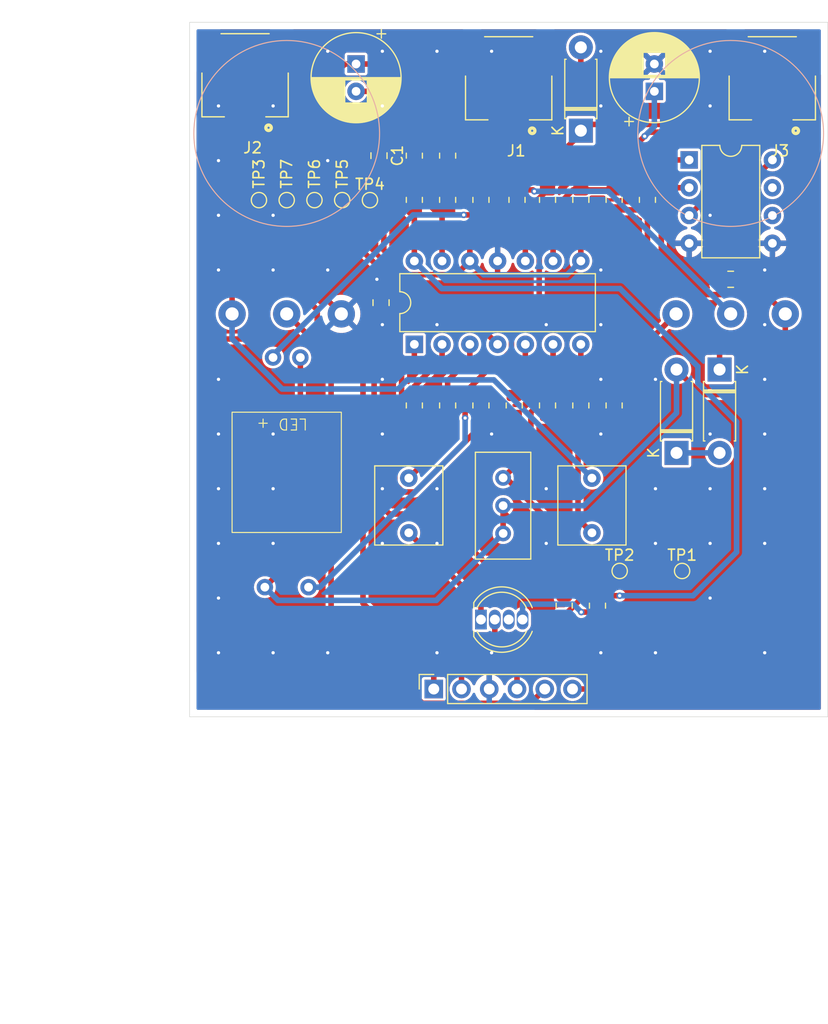
<source format=kicad_pcb>
(kicad_pcb (version 20240108) (generator "pcbnew") (generator_version "8.0")
  (layers (0 "F.Cu" signal) (31 "B.Cu" signal) (34 "B.Paste" user) (35 "F.Paste" user) (36 "B.SilkS" user "B.Silkscreen") (37 "F.SilkS" user "F.Silkscreen") (38 "B.Mask" user) (39 "F.Mask" user) (44 "Edge.Cuts" user))
  (net 0 "")
  (net 1 "+9V")
  (net 2 "Net-(C3--)")
  (net 3 "GNDA")
  (net 4 "IN")
  (net 5 "Net-(C5--)")
  (net 6 "Net-(C6-+)")
  (net 7 "Net-(C6--)")
  (net 8 "Net-(D1-A)")
  (net 9 "Net-(D3-K)")
  (net 10 "Net-(D3-A)")
  (net 11 "VREF")
  (net 12 "Net-(R7--)")
  (net 13 "LED")
  (net 14 "Net-(R6-+)")
  (net 15 "Net-(R6--)")
  (net 16 "Net-(R8--)")
  (net 17 "Net-(P1-c)")
  (net 18 "Net-(R10-+)")
  (net 19 "Net-(R10--)")
  (net 20 "Net-(R12--)")
  (net 21 "Net-(R12-+)")
  (net 22 "Net-(R13--)")
  (net 23 "Net-(R13-+)")
  (net 24 "Net-(R14--)")
  (net 25 "OUT")
  (net 26 "J-OUT")
  (net 27 "J-IN")
  (net 28 "Net-(R1-+)")
  (net 29 "Net-(D2-RA)")
  (net 30 "Net-(D2-BA)")
  (net 32 "Net-(R18--)")
  (net 33 "Net-(U1B--)")
  (footprint "Potentiometer_THT:Potentiometer_Bourns_3296W_Vertical" (layer "F.Cu") (at 200.152 105.156 -90)
    (property "Reference" "P1" (hide yes))
    (property "Value" "10k (2.4k)")
  )
  (footprint "Resistor_SMD:R_0805_2012Metric" (layer "F.Cu") (at 210.312 74.656 -90)
    (property "Reference" "R15" (hide yes))
    (property "Value" "10k")
  )
  (footprint "Resistor_SMD:R_0805_2012Metric" (layer "F.Cu") (at 201.168 93.452 90)
    (property "Reference" "R8" (hide yes))
    (property "Value" "1k")
  )
  (footprint "Capacitor_THT:CP_Radial_D8.0mm_P2.50mm" (layer "F.Cu") (at 213.995 64.73 90)
    (property "Reference" "C4" (hide yes))
    (property "Value" "4.7u")
  )
  (footprint "Diode_THT:D_DO-41_SOD81_P7.62mm_Horizontal" (layer "F.Cu") (at 219.964 90.17 -90)
    (property "Reference" "D3" (hide yes))
    (property "Value" "1N4148")
  )
  (footprint "Capacitor_THT:CP_Radial_D8.0mm_P2.50mm" (layer "F.Cu") (at 186.69 62.23 -90)
    (property "Reference" "C3" (hide yes))
    (property "Value" "4.7u")
  )
  (footprint "TestPoint:TestPoint_Pad_D1.0mm" (layer "F.Cu") (at 185.42 74.676)
    (property "Reference" "TP5")
    (property "Value" "vref")
  )
  (footprint "Resistor_SMD:R_0805_2012Metric" (layer "F.Cu") (at 205.74 111.76 90)
    (property "Reference" "R4" (hide yes))
    (property "Value" "10k")
  )
  (footprint "Capacitor_SMD:C_0805_2012Metric" (layer "F.Cu") (at 220.98 81.915)
    (property "Reference" "C8" (hide yes))
    (property "Value" "100n")
  )
  (footprint "Resistor_SMD:R_0805_2012Metric" (layer "F.Cu") (at 198.12 93.452 90)
    (property "Reference" "R7" (hide yes))
    (property "Value" "10k")
  )
  (footprint "TestPoint:TestPoint_Pad_D1.0mm" (layer "F.Cu") (at 180.34 74.676)
    (property "Reference" "TP7")
    (property "Value" "gnd")
  )
  (footprint "TestPoint:TestPoint_Pad_D1.0mm" (layer "F.Cu") (at 216.535 108.585)
    (property "Reference" "TP1")
    (property "Value" "P11")
  )
  (footprint "Capacitor_THT:C_Rect_L7.0mm_W6.0mm_P5.00mm" (layer "F.Cu") (at 191.516 105.096 90)
    (property "Reference" "C5" (hide yes))
    (property "Value" "1u")
  )
  (footprint "Resistor_SMD:R_0805_2012Metric" (layer "F.Cu") (at 213.36 74.656 90)
    (property "Reference" "R16" (hide yes))
    (property "Value" "10k")
  )
  (footprint "Resistor_SMD:R_0805_2012Metric" (layer "F.Cu") (at 204.216 93.452 -90)
    (property "Reference" "R9" (hide yes))
    (property "Value" "10k")
  )
  (footprint "Resistor_SMD:R_0805_2012Metric" (layer "F.Cu") (at 195.072 70.612 90)
    (property "Reference" "R3" (hide yes))
    (property "Value" "47k")
  )
  (footprint "Resistor_SMD:R_0805_2012Metric" (layer "F.Cu") (at 192.024 70.612 -90)
    (property "Reference" "R2" (hide yes))
    (property "Value" "47k")
  )
  (footprint "Package_DIP:DIP-14_W7.62mm" (layer "F.Cu") (at 192.024 87.864 90)
    (property "Reference" "U4" (hide yes))
    (property "Value" "TL074")
  )
  (footprint "Resistor_SMD:R_0805_2012Metric" (layer "F.Cu") (at 192.024 93.452 -90)
    (property "Reference" "R6" (hide yes))
    (property "Value" "10k")
  )
  (footprint "Resistor_SMD:R_0805_2012Metric" (layer "F.Cu") (at 198.12 74.656 90)
    (property "Reference" "R13" (hide yes))
    (property "Value" "680")
  )
  (footprint "Package_DIP:DIP-8_W7.62mm" (layer "F.Cu") (at 217.18 71.003)
    (property "Reference" "U1" (hide yes))
    (property "Value" "Opamp_Dual")
  )
  (footprint "guitar-pedals:JST_S2B-PH-SM4-TB_LF__SN_" (layer "F.Cu") (at 176.53 66.71 180)
    (property "Reference" "J2")
    (property "Value" "S2B-PH-SM4-TB_LF__SN_")
  )
  (footprint "Capacitor_THT:C_Rect_L7.0mm_W6.0mm_P5.00mm" (layer "F.Cu") (at 208.28 105.096 90)
    (property "Reference" "C6" (hide yes))
    (property "Value" "1u")
  )
  (footprint "guitar-pedals:JST_S2B-PH-SM4-TB_LF__SN_" (layer "F.Cu") (at 200.66 66.985 180)
    (property "Reference" "J1")
    (property "Value" "S2B-PH-SM4-TB_LF__SN_")
  )
  (footprint "guitar-pedals:JST_S2B-PH-SM4-TB_LF__SN_" (layer "F.Cu") (at 224.79 66.985 180)
    (property "Reference" "J3")
    (property "Value" "S2B-PH-SM4-TB_LF__SN_")
  )
  (footprint "Capacitor_SMD:C_0805_2012Metric" (layer "F.Cu") (at 188.788 70.612 -90)
    (property "Reference" "C1")
    (property "Value" "100n")
  )
  (footprint "TestPoint:TestPoint_Pad_D1.0mm" (layer "F.Cu") (at 187.96 74.676)
    (property "Reference" "TP4")
    (property "Value" "COMP_OUT")
  )
  (footprint "Resistor_SMD:R_0805_2012Metric" (layer "F.Cu") (at 207.264 74.656 90)
    (property "Reference" "R14" (hide yes))
    (property "Value" "10k")
  )
  (footprint "guitar-pedals:LDR XVIVE VTL5C1" (layer "F.Cu") (at 180.34 99.568 180)
    (property "Reference" "LDR1" (hide yes))
    (property "Value" "~")
  )
  (footprint "TestPoint:TestPoint_Pad_D1.0mm" (layer "F.Cu") (at 182.88 74.676)
    (property "Reference" "TP6")
    (property "Value" "9v")
  )
  (footprint "Resistor_SMD:R_0805_2012Metric" (layer "F.Cu") (at 208.788 111.76 -90)
    (property "Reference" "R1" (hide yes))
    (property "Value" "10k")
  )
  (footprint "Resistor_SMD:R_0805_2012Metric" (layer "F.Cu") (at 204.216 74.656 -90)
    (property "Reference" "R17" (hide yes))
    (property "Value" "1.5k")
  )
  (footprint "Resistor_SMD:R_0805_2012Metric" (layer "F.Cu") (at 195.072 74.656 90)
    (property "Reference" "R19" (hide yes))
    (property "Value" "10k")
  )
  (footprint "Resistor_SMD:R_0805_2012Metric" (layer "F.Cu") (at 192.024 74.656 90)
    (property "Reference" "R18" (hide yes))
    (property "Value" "82k")
  )
  (footprint "TestPoint:TestPoint_Pad_D1.0mm" (layer "F.Cu") (at 210.82 108.585)
    (property "Reference" "TP2")
    (property "Value" "P22")
  )
  (footprint "TestPoint:TestPoint_Pad_D1.0mm" (layer "F.Cu") (at 177.8 74.676)
    (property "Reference" "TP3")
    (property "Value" "OUT")
  )
  (footprint "Diode_THT:D_DO-41_SOD81_P7.62mm_Horizontal" (layer "F.Cu") (at 207.264 68.326 90)
    (property "Reference" "D1" (hide yes))
    (property "Value" "1N4148")
  )
  (footprint "Capacitor_SMD:C_0805_2012Metric" (layer "F.Cu") (at 188.976 84.054 -90)
    (property "Reference" "C7" (hide yes))
    (property "Value" "100n")
  )
  (footprint "Diode_THT:D_DO-41_SOD81_P7.62mm_Horizontal" (layer "F.Cu") (at 216.024 97.79 90)
    (property "Reference" "D4" (hide yes))
    (property "Value" "1N4148")
  )
  (footprint "LED_THT:LED_D5.0mm-4_RGB" (layer "F.Cu") (at 198.12 113.03)
    (property "Reference" "D2" (hide yes))
    (property "Value" "LED_KRGB")
  )
  (footprint "Resistor_SMD:R_0805_2012Metric" (layer "F.Cu") (at 201.422 74.656 90)
    (property "Reference" "R12" (hide yes))
    (property "Value" "680")
  )
  (footprint "Resistor_SMD:R_0805_2012Metric" (layer "F.Cu") (at 207.264 93.452 -90)
    (property "Reference" "R11" (hide yes))
    (property "Value" "1k")
  )
  (footprint "Connector_PinSocket_2.54mm:PinSocket_1x06_P2.54mm_Vertical" (layer "F.Cu") (at 193.802 119.38 90)
    (property "Reference" "J4" (hide yes))
    (property "Value" "Conn_01x06")
  )
  (footprint "Resistor_SMD:R_0805_2012Metric" (layer "F.Cu") (at 210.312 93.452 90)
    (property "Reference" "R10" (hide yes))
    (property "Value" "1k")
  )
  (footprint "Resistor_SMD:R_0805_2012Metric" (layer "F.Cu") (at 195.072 93.452 -90)
    (property "Reference" "R5" (hide yes))
    (property "Value" "1M")
  )
  (footprint "guitar-pedals:16mm-pot" (layer "B.Cu") (at 220.98 68.58 180)
    (property "Reference" "COMP1" (hide yes))
    (property "Value" "20k LOG")
  )
  (footprint "guitar-pedals:16mm-pot" (layer "B.Cu") (at 180.34 68.58 180)
    (property "Reference" "LEVEL1" (hide yes))
    (property "Value" "20k LOG")
  )
  (gr_rect (start 171.45 58.42) (end 229.87 121.92) (stroke (width 0.05)) (fill none) (layer "Edge.Cuts"))
  (gr_text "compressor v2" (at 172.085 120.015 0) (layer "F.Cu") (effects (font (size 1.5 1.5) (thickness 0.3) (bold yes)) (justify left bottom)))
  (segment (start 221.93 73.873) (end 221.93 69.158549) (width 0.508) (layer "F.Cu") (net 1))
  (segment (start 183.78338 70.311) (end 182.88 71.21438) (width 0.508) (layer "F.Cu") (net 1))
  (segment (start 185.994 71.562) (end 182.88 74.676) (width 0.508) (layer "F.Cu") (net 1))
  (segment (start 190.1862 83.7938) (end 190.1862 84.836) (width 0.508) (layer "F.Cu") (net 1))
  (segment (start 205.232 107.696) (end 198.374 107.696) (width 0.508) (layer "F.Cu") (net 1))
  (segment (start 190.1862 82.2362) (end 190.1862 83.7938) (width 0.508) (layer "F.Cu") (net 1))
  (segment (start 221.93 69.158549) (end 220.526151 67.7547) (width 0.508) (layer "F.Cu") (net 1))
  (segment (start 182.88 74.676) (end 182.88 74.93) (width 0.508) (layer "F.Cu") (net 1))
  (segment (start 195.072 67.31) (end 195.072 65.024) (width 0.508) (layer "F.Cu") (net 1))
  (segment (start 183.848 70.311) (end 183.78338 70.311) (width 0.508) (layer "F.Cu") (net 1))
  (segment (start 184.404 63.5) (end 184.404 69.755) (width 0.508) (layer "F.Cu") (net 1))
  (segment (start 207.264 111.1485) (end 207.264 109.728) (width 0.508) (layer "F.Cu") (net 1))
  (segment (start 190.0182 85.004) (end 188.976 85.004) (width 0.508) (layer "F.Cu") (net 1))
  (segment (start 221.93 73.873) (end 224.8 71.003) (width 0.508) (layer "F.Cu") (net 1))
  (segment (start 207.8353 67.7547) (end 207.264 68.326) (width 0.508) (layer "F.Cu") (net 1))
  (segment (start 192.278 62.23) (end 186.69 62.23) (width 0.508) (layer "F.Cu") (net 1))
  (segment (start 186.69 62.23) (end 185.674 62.23) (width 0.508) (layer "F.Cu") (net 1))
  (segment (start 190.1862 84.836) (end 190.0182 85.004) (width 0.508) (layer "F.Cu") (net 1))
  (segment (start 198.374 107.696) (end 194.056 103.378) (width 0.508) (layer "F.Cu") (net 1))
  (segment (start 192.024 69.6995) (end 190.1615 71.562) (width 0.508) (layer "F.Cu") (net 1))
  (segment (start 195.072 65.024) (end 192.278 62.23) (width 0.508) (layer "F.Cu") (net 1))
  (segment (start 189.738 103.378) (end 188.341698 101.981698) (width 0.508) (layer "F.Cu") (net 1))
  (segment (start 207.264 109.728) (end 205.232 107.696) (width 0.508) (layer "F.Cu") (net 1))
  (segment (start 205.74 112.6725) (end 207.264 111.1485) (width 0.508) (layer "F.Cu") (net 1))
  (segment (start 185.674 62.23) (end 184.404 63.5) (width 0.508) (layer "F.Cu") (net 1))
  (segment (start 182.88 71.21438) (end 182.88 74.676) (width 0.508) (layer "F.Cu") (net 1))
  (segment (start 188.341698 101.981698) (end 188.341698 89.026302) (width 0.508) (layer "F.Cu") (net 1))
  (segment (start 182.88 74.93) (end 190.1862 82.2362) (width 0.508) (layer "F.Cu") (net 1))
  (segment (start 184.404 69.755) (end 183.848 70.311) (width 0.508) (layer "F.Cu") (net 1))
  (segment (start 198.628 70.866) (end 195.072 67.31) (width 0.508) (layer "F.Cu") (net 1))
  (segment (start 194.056 103.378) (end 189.738 103.378) (width 0.508) (layer "F.Cu") (net 1))
  (segment (start 195.5738 83.7938) (end 199.644 87.864) (width 0.508) (layer "F.Cu") (net 1))
  (segment (start 221.93 81.915) (end 221.93 73.873) (width 0.508) (layer "F.Cu") (net 1))
  (segment (start 207.264 68.326) (end 207.264 68.58) (width 0.508) (layer "F.Cu") (net 1))
  (segment (start 204.978 70.866) (end 198.628 70.866) (width 0.508) (layer "F.Cu") (net 1))
  (segment (start 190.1862 87.1818) (end 190.1862 83.7938) (width 0.508) (layer "F.Cu") (net 1))
  (segment (start 190.1615 71.562) (end 185.994 71.562) (width 0.508) (layer "F.Cu") (net 1))
  (segment (start 188.341698 89.026302) (end 190.1862 87.1818) (width 0.508) (layer "F.Cu") (net 1))
  (segment (start 190.1862 83.7938) (end 195.5738 83.7938) (width 0.508) (layer "F.Cu") (net 1))
  (segment (start 220.526151 67.7547) (end 207.8353 67.7547) (width 0.508) (layer "F.Cu") (net 1))
  (segment (start 207.264 68.58) (end 204.978 70.866) (width 0.508) (layer "F.Cu") (net 1))
  (segment (start 218.3227 68.4627) (end 213.4773 68.4627) (width 0.508) (layer "F.Cu") (net 2))
  (segment (start 193.548 71.5245) (end 193.548 65.532) (width 0.508) (layer "F.Cu") (net 2))
  (segment (start 210.82 71.12) (end 205.725263 71.12) (width 0.508) (layer "F.Cu") (net 2))
  (segment (start 205.725263 71.12) (end 204.963263 71.882) (width 0.508) (layer "F.Cu") (net 2))
  (segment (start 219.71 69.85) (end 218.3227 68.4627) (width 0.508) (layer "F.Cu") (net 2))
  (segment (start 195.072 71.5245) (end 193.548 71.5245) (width 0.508) (layer "F.Cu") (net 2))
  (segment (start 195.4295 71.882) (end 195.072 71.5245) (width 0.508) (layer "F.Cu") (net 2))
  (segment (start 217.18 76.083) (end 219.71 73.553) (width 0.508) (layer "F.Cu") (net 2))
  (segment (start 193.548 65.532) (end 192.746 64.73) (width 0.508) (layer "F.Cu") (net 2))
  (segment (start 204.963263 71.882) (end 195.4295 71.882) (width 0.508) (layer "F.Cu") (net 2))
  (segment (start 193.548 71.5245) (end 192.024 71.5245) (width 0.508) (layer "F.Cu") (net 2))
  (segment (start 213.106 68.834) (end 210.82 71.12) (width 0.508) (layer "F.Cu") (net 2))
  (segment (start 213.4773 68.4627) (end 213.106 68.834) (width 0.508) (layer "F.Cu") (net 2))
  (segment (start 219.71 73.553) (end 219.71 69.85) (width 0.508) (layer "F.Cu") (net 2))
  (segment (start 192.746 64.73) (end 186.69 64.73) (width 0.508) (layer "F.Cu") (net 2))
  (via (at 213.106 68.834) (size 0.6) (drill 0.3) (layers "F.Cu" "B.Cu") (net 2))
  (segment (start 213.995 67.945) (end 213.106 68.834) (width 0.508) (layer "B.Cu") (net 2))
  (segment (start 213.995 64.73) (end 213.995 67.945) (width 0.508) (layer "B.Cu") (net 2))
  (segment (start 188.976 82.296) (end 188.595 81.915) (width 0.508) (layer "F.Cu") (net 3))
  (segment (start 188.976 83.104) (end 188.976 82.296) (width 0.508) (layer "F.Cu") (net 3))
  (via (at 219.095698 76.065) (size 0.6) (drill 0.3) (layers "F.Cu" "B.Cu") (net 3))
  (via (at 224.095698 96.065) (size 0.6) (drill 0.3) (layers "F.Cu" "B.Cu") (net 3))
  (via (at 189.095698 86.065) (size 0.6) (drill 0.3) (layers "F.Cu" "B.Cu") (net 3))
  (via (at 209.095698 96.065) (size 0.6) (drill 0.3) (layers "F.Cu" "B.Cu") (net 3))
  (via (at 214.095698 101.065) (size 0.6) (drill 0.3) (layers "F.Cu" "B.Cu") (net 3))
  (via (at 174.095698 101.065) (size 0.6) (drill 0.3) (layers "F.Cu" "B.Cu") (net 3))
  (via (at 219.095698 106.065) (size 0.6) (drill 0.3) (layers "F.Cu" "B.Cu") (net 3))
  (via (at 224.095698 106.065) (size 0.6) (drill 0.3) (layers "F.Cu" "B.Cu") (net 3))
  (via (at 174.095698 111.065) (size 0.6) (drill 0.3) (layers "F.Cu" "B.Cu") (net 3))
  (via (at 189.095698 91.065) (size 0.6) (drill 0.3) (layers "F.Cu" "B.Cu") (net 3))
  (via (at 199.095698 61.065) (size 0.6) (drill 0.3) (layers "F.Cu" "B.Cu") (net 3))
  (via (at 179.095698 76.065) (size 0.6) (drill 0.3) (layers "F.Cu" "B.Cu") (net 3))
  (via (at 179.095698 116.065) (size 0.6) (drill 0.3) (layers "F.Cu" "B.Cu") (net 3))
  (via (at 184.095698 116.065) (size 0.6) (drill 0.3) (layers "F.Cu" "B.Cu") (net 3))
  (via (at 189.095698 101.065) (size 0.6) (drill 0.3) (layers "F.Cu" "B.Cu") (net 3))
  (via (at 184.095698 81.065) (size 0.6) (drill 0.3) (layers "F.Cu" "B.Cu") (net 3))
  (via (at 174.095698 96.065) (size 0.6) (drill 0.3) (layers "F.Cu" "B.Cu") (net 3))
  (via (at 219.095698 111.065) (size 0.6) (drill 0.3) (layers "F.Cu" "B.Cu") (net 3))
  (via (at 204.095698 106.065) (size 0.6) (drill 0.3) (layers "F.Cu" "B.Cu") (net 3))
  (via (at 194.095698 116.065) (size 0.6) (drill 0.3) (layers "F.Cu" "B.Cu") (net 3))
  (via (at 179.095698 66.065) (size 0.6) (drill 0.3) (layers "F.Cu" "B.Cu") (net 3))
  (via (at 214.095698 91.065) (size 0.6) (drill 0.3) (layers "F.Cu" "B.Cu") (net 3))
  (via (at 184.095698 61.065) (size 0.6) (drill 0.3) (layers "F.Cu" "B.Cu") (net 3))
  (via (at 219.095698 96.065) (size 0.6) (drill 0.3) (layers "F.Cu" "B.Cu") (net 3))
  (via (at 224.095698 81.065) (size 0.6) (drill 0.3) (layers "F.Cu" "B.Cu") (net 3))
  (via (at 174.095698 116.065) (size 0.6) (drill 0.3) (layers "F.Cu" "B.Cu") (net 3))
  (via (at 194.095698 106.065) (size 0.6) (drill 0.3) (layers "F.Cu" "B.Cu") (net 3))
  (via (at 224.095698 86.065) (size 0.6) (drill 0.3) (layers "F.Cu" "B.Cu") (net 3))
  (via (at 219.095698 61.065) (size 0.6) (drill 0.3) (layers "F.Cu" "B.Cu") (net 3))
  (via (at 189.095698 61.065) (size 0.6) (drill 0.3) (layers "F.Cu" "B.Cu") (net 3))
  (via (at 204.095698 101.065) (size 0.6) (drill 0.3) (layers "F.Cu" "B.Cu") (net 3))
  (via (at 209.095698 81.065) (size 0.6) (drill 0.3) (layers "F.Cu" "B.Cu") (net 3))
  (via (at 209.095698 91.065) (size 0.6) (drill 0.3) (layers "F.Cu" "B.Cu") (net 3))
  (via (at 174.095698 106.065) (size 0.6) (drill 0.3) (layers "F.Cu" "B.Cu") (net 3))
  (via (at 188.595 81.915) (size 0.6) (drill 0.3) (layers "F.Cu" "B.Cu") (net 3))
  (via (at 179.095698 101.065) (size 0.6) (drill 0.3) (layers "F.Cu" "B.Cu") (net 3))
  (via (at 179.095698 106.065) (size 0.6) (drill 0.3) (layers "F.Cu" "B.Cu") (net 3))
  (via (at 219.095698 66.065) (size 0.6) (drill 0.3) (layers "F.Cu" "B.Cu") (net 3))
  (via (at 209.095698 61.065) (size 0.6) (drill 0.3) (layers "F.Cu" "B.Cu") (net 3))
  (via (at 174.095698 76.065) (size 0.6) (drill 0.3) (layers "F.Cu" "B.Cu") (net 3))
  (via (at 224.095698 116.065) (size 0.6) (drill 0.3) (layers "F.Cu" "B.Cu") (net 3))
  (via (at 214.095698 116.065) (size 0.6) (drill 0.3) (layers "F.Cu" "B.Cu") (net 3))
  (via (at 184.095698 71.065) (size 0.6) (drill 0.3) (layers "F.Cu" "B.Cu") (net 3))
  (via (at 224.095698 61.065) (size 0.6) (drill 0.3) (layers "F.Cu" "B.Cu") (net 3))
  (via (at 199.095698 96.065) (size 0.6) (drill 0.3) (layers "F.Cu" "B.Cu") (net 3))
  (via (at 189.095698 66.065) (size 0.6) (drill 0.3) (layers "F.Cu" "B.Cu") (net 3))
  (via (at 209.095698 116.065) (size 0.6) (drill 0.3) (layers "F.Cu" "B.Cu") (net 3))
  (via (at 174.095698 91.065) (size 0.6) (drill 0.3) (layers "F.Cu" "B.Cu") (net 3))
  (via (at 224.095698 91.065) (size 0.6) (drill 0.3) (layers "F.Cu" "B.Cu") (net 3))
  (via (at 174.095698 71.065) (size 0.6) (drill 0.3) (layers "F.Cu" "B.Cu") (net 3))
  (via (at 174.095698 81.065) (size 0.6) (drill 0.3) (layers "F.Cu" "B.Cu") (net 3))
  (via (at 189.095698 96.065) (size 0.6) (drill 0.3) (layers "F.Cu" "B.Cu") (net 3))
  (via (at 204.095698 86.065) (size 0.6) (drill 0.3) (layers "F.Cu" "B.Cu") (net 3))
  (via (at 174.095698 66.065) (size 0.6) (drill 0.3) (layers "F.Cu" "B.Cu") (net 3))
  (via (at 199.095698 116.065) (size 0.6) (drill 0.3) (layers "F.Cu" "B.Cu") (net 3))
  (via (at 194.095698 86.065) (size 0.6) (drill 0.3) (layers "F.Cu" "B.Cu") (net 3))
  (via (at 209.095698 66.065) (size 0.6) (drill 0.3) (layers "F.Cu" "B.Cu") (net 3))
  (via (at 194.095698 61.065) (size 0.6) (drill 0.3) (layers "F.Cu" "B.Cu") (net 3))
  (via (at 194.095698 101.065) (size 0.6) (drill 0.3) (layers "F.Cu" "B.Cu") (net 3))
  (via (at 224.095698 101.065) (size 0.6) (drill 0.3) (layers "F.Cu" "B.Cu") (net 3))
  (via (at 179.095698 81.065) (size 0.6) (drill 0.3) (layers "F.Cu" "B.Cu") (net 3))
  (via (at 214.095698 106.065) (size 0.6) (drill 0.3) (layers "F.Cu" "B.Cu") (net 3))
  (via (at 209.095698 86.065) (size 0.6) (drill 0.3) (layers "F.Cu" "B.Cu") (net 3))
  (via (at 179.095698 96.065) (size 0.6) (drill 0.3) (layers "F.Cu" "B.Cu") (net 3))
  (via (at 189.095698 106.065) (size 0.6) (drill 0.3) (layers "F.Cu" "B.Cu") (net 3))
  (via (at 219.095698 101.065) (size 0.6) (drill 0.3) (layers "F.Cu" "B.Cu") (net 3))
  (segment (start 196.342 119.38) (end 196.342 109.922) (width 0.508) (layer "F.Cu") (net 4))
  (segment (start 196.342 109.922) (end 191.516 105.096) (width 0.508) (layer "F.Cu") (net 4))
  (segment (start 195.072 92.5395) (end 193.2969 94.3146) (width 0.508) (layer "F.Cu") (net 5))
  (segment (start 193.2969 94.3146) (end 193.2969 98.3151) (width 0.508) (layer "F.Cu") (net 5))
  (segment (start 197.104 89.172) (end 195.072 91.204) (width 0.508) (layer "F.Cu") (net 5))
  (segment (start 193.2969 98.3151) (end 191.516 100.096) (width 0.508) (layer "F.Cu") (net 5))
  (segment (start 195.072 91.204) (end 195.072 92.5395) (width 0.508) (layer "F.Cu") (net 5))
  (segment (start 197.104 87.864) (end 197.104 89.172) (width 0.508) (layer "F.Cu") (net 5))
  (segment (start 207.0081 94.6204) (end 207.0081 103.8241) (width 0.508) (layer "F.Cu") (net 6))
  (segment (start 207.264 94.3645) (end 207.0081 94.6204) (width 0.508) (layer "F.Cu") (net 6))
  (segment (start 207.0081 103.8241) (end 208.28 105.096) (width 0.508) (layer "F.Cu") (net 6))
  (segment (start 175.34 80.184) (end 176.784 78.74) (width 0.5) (layer "F.Cu") (net 7))
  (segment (start 176.784 78.74) (end 176.784 75.692) (width 0.5) (layer "F.Cu") (net 7))
  (segment (start 175.34 85.08) (end 175.34 80.184) (width 0.5) (layer "F.Cu") (net 7))
  (segment (start 176.784 75.692) (end 177.8 74.676) (width 0.5) (layer "F.Cu") (net 7))
  (segment (start 175.34 87.365357) (end 175.34 85.08) (width 0.508) (layer "B.Cu") (net 7))
  (segment (start 199.299 91.115) (end 191.375 91.115) (width 0.508) (layer "B.Cu") (net 7))
  (segment (start 179.922643 91.948) (end 175.34 87.365357) (width 0.508) (layer "B.Cu") (net 7))
  (segment (start 191.375 91.115) (end 190.542 91.948) (width 0.508) (layer "B.Cu") (net 7))
  (segment (start 208.28 100.096) (end 199.299 91.115) (width 0.508) (layer "B.Cu") (net 7))
  (segment (start 190.542 91.948) (end 179.922643 91.948) (width 0.508) (layer "B.Cu") (net 7))
  (segment (start 204.216 70.104) (end 204.724 69.596) (width 0.508) (layer "F.Cu") (net 8))
  (segment (start 204.724 69.596) (end 204.724 65.532) (width 0.508) (layer "F.Cu") (net 8))
  (segment (start 204.724 65.532) (end 207.264 62.992) (width 0.508) (layer "F.Cu") (net 8))
  (segment (start 201.66 69.58) (end 202.184 70.104) (width 0.508) (layer "F.Cu") (net 8))
  (segment (start 207.264 62.992) (end 207.264 60.706) (width 0.508) (layer "F.Cu") (net 8))
  (segment (start 201.66 66.985) (end 201.66 69.58) (width 0.508) (layer "F.Cu") (net 8))
  (segment (start 202.184 70.104) (end 204.216 70.104) (width 0.508) (layer "F.Cu") (net 8))
  (segment (start 218.4801 87.0781) (end 218.4801 84.4951) (width 0.508) (layer "F.Cu") (net 9))
  (segment (start 210.312 75.5685) (end 213.36 75.5685) (width 0.508) (layer "F.Cu") (net 9))
  (segment (start 219.964 90.17) (end 219.964 88.562) (width 0.508) (layer "F.Cu") (net 9))
  (segment (start 219.964 88.562) (end 218.4801 87.0781) (width 0.508) (layer "F.Cu") (net 9))
  (segment (start 218.4801 84.4951) (end 213.36 79.375) (width 0.508) (layer "F.Cu") (net 9))
  (segment (start 213.36 79.375) (end 213.36 75.5685) (width 0.508) (layer "F.Cu") (net 9))
  (segment (start 219.964 97.79) (end 216.024 97.79) (width 0.508) (layer "B.Cu") (net 10))
  (segment (start 203.2297 72.7572) (end 196.0583 72.7572) (width 0.508) (layer "F.Cu") (net 11))
  (segment (start 196.596 92.3405) (end 196.596 92.8405) (width 0.508) (layer "F.Cu") (net 11))
  (segment (start 218.31 92.456) (end 221.361 92.456) (width 0.508) (layer "F.Cu") (net 11))
  (segment (start 203.454 77.9753) (end 203.454 84.7486) (width 0.508) (layer "F.Cu") (net 11))
  (segment (start 224.212 83.312) (end 225.98 85.08) (width 0.508) (layer "F.Cu") (net 11))
  (segment (start 196.0583 72.7572) (end 195.072 73.7435) (width 0.508) (layer "F.Cu") (net 11))
  (segment (start 203.0362 77.5575) (end 203.454 77.9753) (width 0.508) (layer "F.Cu") (net 11))
  (segment (start 217.18 73.543) (end 215.783 73.543) (width 0.508) (layer "F.Cu") (net 11))
  (segment (start 199.3064 90.0129) (end 198.9236 90.0129) (width 0.508) (layer "F.Cu") (net 11))
  (segment (start 204.216 73.7435) (end 203.2297 72.7572) (width 0.508) (layer "F.Cu") (net 11))
  (segment (start 211.1256 72.136) (end 205.8235 72.136) (width 0.508) (layer "F.Cu") (net 11))
  (segment (start 200.914 87.2886) (end 200.914 88.4053) (width 0.508) (layer "F.Cu") (net 11))
  (segment (start 196.0583 72.7572) (end 186.9578 72.7572) (width 0.508) (layer "F.Cu") (net 11))
  (segment (start 196.596 92.8405) (end 195.072 94.3645) (width 0.508) (layer "F.Cu") (net 11))
  (segment (start 200.152 105.156) (end 200.152 102.616) (width 0.508) (layer "F.Cu") (net 11))
  (segment (start 203.962037 106.992) (end 200.152 103.181963) (width 0.5) (layer "F.Cu") (net 11))
  (segment (start 208.595 109.535) (end 206.052 106.992) (width 0.5) (layer "F.Cu") (net 11))
  (segment (start 204.216 73.7435) (end 203.0362 74.9233) (width 0.508) (layer "F.Cu") (net 11))
  (segment (start 178.34 110.068) (end 181.59 106.818) (width 0.508) (layer "F.Cu") (net 11))
  (segment (start 216.024 90.17) (end 218.31 92.456) (width 0.508) (layer "F.Cu") (net 11))
  (segment (start 211.6336 71.628) (end 211.1256 72.136) (width 0.508) (layer "F.Cu") (net 11))
  (segment (start 218.694 83.312) (end 224.212 83.312) (width 0.508) (layer "F.Cu") (net 11))
  (segment (start 203.454 84.7486) (end 200.914 87.2886) (width 0.508) (layer "F.Cu") (net 11))
  (segment (start 214.63 79.248) (end 218.694 83.312) (width 0.508) (layer "F.Cu") (net 11))
  (segment (start 225.98 86.847766) (end 225.98 85.08) (width 0.508) (layer "F.Cu") (net 11))
  (segment (start 215.585 109.535) (end 208.595 109.535) (width 0.5) (layer "F.Cu") (net 11))
  (segment (start 215.783 73.543) (end 214.63 72.39) (width 0.508) (layer "F.Cu") (net 11))
  (segment (start 205.8235 72.136) (end 204.216 73.7435) (width 0.508) (layer "F.Cu") (net 11))
  (segment (start 198.9236 90.0129) (end 196.596 92.3405) (width 0.508) (layer "F.Cu") (net 11))
  (segment (start 221.361 92.456) (end 222.504 91.313) (width 0.508) (layer "F.Cu") (net 11))
  (segment (start 214.63 71.003) (end 214.005 71.628) (width 0.508) (layer "F.Cu") (net 11))
  (segment (start 200.914 88.4053) (end 199.3064 90.0129) (width 0.508) (layer "F.Cu") (net 11))
  (segment (start 222.504 91.313) (end 222.504 90.323766) (width 0.508) (layer "F.Cu") (net 11))
  (segment (start 206.052 106.992) (end 203.962037 106.992) (width 0.5) (layer "F.Cu") (net 11))
  (segment (start 214.005 71.628) (end 211.6336 71.628) (width 0.508) (layer "F.Cu") (net 11))
  (segment (start 186.9578 72.7572) (end 185.42 74.295) (width 0.508) (layer "F.Cu") (net 11))
  (segment (start 181.59 106.818) (end 181.59 89.068) (width 0.508) (layer "F.Cu") (net 11))
  (segment (start 214.63 72.39) (end 214.63 71.003) (width 0.508) (layer "F.Cu") (net 11))
  (segment (start 214.63 72.39) (end 214.63 79.248) (width 0.508) (layer "F.Cu") (net 11))
  (segment (start 185.42 74.295) (end 185.42 74.676) (width 0.508) (layer "F.Cu") (net 11))
  (segment (start 216.535 108.585) (end 215.585 109.535) (width 0.5) (layer "F.Cu") (net 11))
  (segment (start 203.0362 74.9233) (end 203.0362 77.5575) (width 0.508) (layer "F.Cu") (net 11))
  (segment (start 217.18 71.003) (end 214.63 71.003) (width 0.508) (layer "F.Cu") (net 11))
  (segment (start 200.152 103.181963) (end 200.152 102.616) (width 0.5) (layer "F.Cu") (net 11))
  (segment (start 222.504 90.323766) (end 225.98 86.847766) (width 0.508) (layer "F.Cu") (net 11))
  (segment (start 207.5473 102.616) (end 200.152 102.616) (width 0.508) (layer "B.Cu") (net 11))
  (segment (start 216.024 94.1393) (end 207.5473 102.616) (width 0.508) (layer "B.Cu") (net 11))
  (segment (start 194.0342 111.2738) (end 200.152 105.156) (width 0.508) (layer "B.Cu") (net 11))
  (segment (start 178.34 110.068) (end 179.5458 111.2738) (width 0.508) (layer "B.Cu") (net 11))
  (segment (start 179.5458 111.2738) (end 194.0342 111.2738) (width 0.508) (layer "B.Cu") (net 11))
  (segment (start 216.024 90.17) (end 216.024 94.1393) (width 0.508) (layer "B.Cu") (net 11))
  (segment (start 198.12 92.5972) (end 199.4007 92.5972) (width 0.508) (layer "F.Cu") (net 12))
  (segment (start 199.4007 92.5972) (end 201.168 94.3645) (width 0.508) (layer "F.Cu") (net 12))
  (segment (start 196.6723 94.0449) (end 198.12 92.5972) (width 0.508) (layer "F.Cu") (net 12))
  (segment (start 196.6723 94.6038) (end 196.6723 94.0449) (width 0.508) (layer "F.Cu") (net 12))
  (segment (start 198.12 92.5972) (end 198.12 92.5395) (width 0.508) (layer "F.Cu") (net 12))
  (via (at 196.6723 94.6038) (size 0.6) (drill 0.3) (layers "F.Cu" "B.Cu") (net 12))
  (segment (start 196.6723 96.7751) (end 196.6723 94.6038) (width 0.508) (layer "B.Cu") (net 12))
  (segment (start 182.34 110.068) (end 183.3794 110.068) (width 0.508) (layer "B.Cu") (net 12))
  (segment (start 183.3794 110.068) (end 196.6723 96.7751) (width 0.508) (layer "B.Cu") (net 12))
  (segment (start 201.422 119.38) (end 201.422 116.586) (width 0.508) (layer "F.Cu") (net 13))
  (segment (start 199.39 114.554) (end 199.39 113.03) (width 0.508) (layer "F.Cu") (net 13))
  (segment (start 201.422 116.586) (end 199.39 114.554) (width 0.508) (layer "F.Cu") (net 13))
  (segment (start 192.024 91.712) (end 194.564 89.172) (width 0.508) (layer "F.Cu") (net 14))
  (segment (start 192.024 92.5395) (end 192.024 91.712) (width 0.508) (layer "F.Cu") (net 14))
  (segment (start 194.564 87.864) (end 194.564 89.172) (width 0.508) (layer "F.Cu") (net 14))
  (segment (start 192.024 94.3645) (end 190.238 96.1505) (width 0.508) (layer "F.Cu") (net 15))
  (segment (start 190.9826 101.3659) (end 192.0795 101.3659) (width 0.508) (layer "F.Cu") (net 15))
  (segment (start 198.12 95.3254) (end 198.12 94.3645) (width 0.508) (layer "F.Cu") (net 15))
  (segment (start 190.238 100.6213) (end 190.9826 101.3659) (width 0.508) (layer "F.Cu") (net 15))
  (segment (start 190.8555 93.196) (end 190.8555 90.3405) (width 0.508) (layer "F.Cu") (net 15))
  (segment (start 190.238 96.1505) (end 190.238 100.6213) (width 0.508) (layer "F.Cu") (net 15))
  (segment (start 190.8555 90.3405) (end 192.024 89.172) (width 0.508) (layer "F.Cu") (net 15))
  (segment (start 192.024 94.3645) (end 190.8555 93.196) (width 0.508) (layer "F.Cu") (net 15))
  (segment (start 192.024 87.864) (end 192.024 89.172) (width 0.508) (layer "F.Cu") (net 15))
  (segment (start 192.0795 101.3659) (end 198.12 95.3254) (width 0.508) (layer "F.Cu") (net 15))
  (segment (start 202.184 91.5235) (end 202.184 87.864) (width 0.508) (layer "F.Cu") (net 16))
  (segment (start 201.168 92.5395) (end 202.184 91.5235) (width 0.508) (layer "F.Cu") (net 16))
  (segment (start 202.692 96.266) (end 202.692 94.0635) (width 0.508) (layer "F.Cu") (net 17))
  (segment (start 200.152 100.076) (end 202.692 97.536) (width 0.508) (layer "F.Cu") (net 17))
  (segment (start 204.216 89.68) (end 204.724 89.172) (width 0.508) (layer "F.Cu") (net 17))
  (segment (start 204.216 92.5395) (end 204.216 89.68) (width 0.508) (layer "F.Cu") (net 17))
  (segment (start 208.915 108.585) (end 210.82 108.585) (width 0.508) (layer "F.Cu") (net 17))
  (segment (start 202.692 94.0635) (end 204.216 92.5395) (width 0.508) (layer "F.Cu") (net 17))
  (segment (start 204.724 87.864) (end 204.724 89.172) (width 0.508) (layer "F.Cu") (net 17))
  (segment (start 202.692 97.536) (end 202.692 96.266) (width 0.508) (layer "F.Cu") (net 17))
  (segment (start 200.152 100.076) (end 200.406 100.076) (width 0.508) (layer "F.Cu") (net 17))
  (segment (start 200.406 100.076) (end 208.915 108.585) (width 0.508) (layer "F.Cu") (net 17))
  (segment (start 205.439 94.3645) (end 207.264 92.5395) (width 0.508) (layer "F.Cu") (net 18))
  (segment (start 204.216 94.3645) (end 205.439 94.3645) (width 0.508) (layer "F.Cu") (net 18))
  (segment (start 208.487 92.5395) (end 207.264 92.5395) (width 0.508) (layer "F.Cu") (net 18))
  (segment (start 207.264 92.5395) (end 207.264 89.172) (width 0.508) (layer "F.Cu") (net 18))
  (segment (start 207.264 87.864) (end 207.264 89.172) (width 0.508) (layer "F.Cu") (net 18))
  (segment (start 210.312 94.3645) (end 208.487 92.5395) (width 0.508) (layer "F.Cu") (net 18))
  (segment (start 210.312 90.748) (end 210.312 92.5395) (width 0.5) (layer "F.Cu") (net 19))
  (segment (start 215.98 85.08) (end 210.312 90.748) (width 0.5) (layer "F.Cu") (net 19))
  (segment (start 202.8798 73.7435) (end 203.0082 73.8719) (width 0.508) (layer "F.Cu") (net 20))
  (segment (start 201.422 73.7435) (end 202.8798 73.7435) (width 0.508) (layer "F.Cu") (net 20))
  (via (at 203.0082 73.8719) (size 0.6) (drill 0.3) (layers "F.Cu" "B.Cu") (net 20))
  (segment (start 209.7719 73.8719) (end 220.98 85.08) (width 0.508) (layer "B.Cu") (net 20))
  (segment (start 203.0082 73.8719) (end 209.7719 73.8719) (width 0.508) (layer "B.Cu") (net 20))
  (segment (start 201.422 78.174) (end 202.184 78.936) (width 0.508) (layer "F.Cu") (net 21))
  (segment (start 201.422 75.5685) (end 201.422 78.174) (width 0.508) (layer "F.Cu") (net 21))
  (segment (start 202.184 80.244) (end 202.184 78.936) (width 0.508) (layer "F.Cu") (net 21))
  (segment (start 199.28 74.9035) (end 199.28 76.76) (width 0.508) (layer "F.Cu") (net 22))
  (segment (start 191.48 81.498) (end 189.23 79.248) (width 0.508) (layer "F.Cu") (net 22))
  (segment (start 207.264 75.5685) (end 207.264 80.244) (width 0.508) (layer "F.Cu") (net 22))
  (segment (start 197.104 80.244) (end 195.85 81.498) (width 0.508) (layer "F.Cu") (net 22))
  (segment (start 189.23 79.248) (end 189.23 75.946) (width 0.508) (layer "F.Cu") (net 22))
  (segment (start 197.104 80.244) (end 197.104 78.936) (width 0.508) (layer "F.Cu") (net 22))
  (segment (start 195.85 81.498) (end 191.48 81.498) (width 0.508) (layer "F.Cu") (net 22))
  (segment (start 199.28 76.76) (end 197.104 78.936) (width 0.508) (layer "F.Cu") (net 22))
  (segment (start 189.23 75.946) (end 187.96 74.676) (width 0.508) (layer "F.Cu") (net 22))
  (segment (start 198.12 73.7435) (end 199.28 74.9035) (width 0.508) (layer "F.Cu") (net 22))
  (segment (start 207.264 80.244) (end 206.0019 81.5061) (width 0.508) (layer "B.Cu") (net 22))
  (segment (start 198.3661 81.5061) (end 197.104 80.244) (width 0.508) (layer "B.Cu") (net 22))
  (segment (start 206.0019 81.5061) (end 198.3661 81.5061) (width 0.508) (layer "B.Cu") (net 22))
  (segment (start 196.5408 76.0268) (end 197.6617 76.0268) (width 0.508) (layer "F.Cu") (net 23))
  (segment (start 197.6617 76.0268) (end 198.12 75.5685) (width 0.508) (layer "F.Cu") (net 23))
  (via (at 196.5408 76.0268) (size 0.6) (drill 0.3) (layers "F.Cu" "B.Cu") (net 23))
  (segment (start 179.09 88.8535) (end 191.9167 76.0268) (width 0.508) (layer "B.Cu") (net 23))
  (segment (start 179.09 89.068) (end 179.09 88.8535) (width 0.508) (layer "B.Cu") (net 23))
  (segment (start 191.9167 76.0268) (end 196.5408 76.0268) (width 0.508) (layer "B.Cu") (net 23))
  (segment (start 210.312 73.7435) (end 207.264 73.7435) (width 0.508) (layer "F.Cu") (net 24))
  (segment (start 206.549 73.7435) (end 204.724 75.5685) (width 0.508) (layer "F.Cu") (net 24))
  (segment (start 204.724 75.5685) (end 204.216 75.5685) (width 0.508) (layer "F.Cu") (net 24))
  (segment (start 207.264 73.7435) (end 206.549 73.7435) (width 0.508) (layer "F.Cu") (net 24))
  (segment (start 204.724 75.5685) (end 204.724 80.244) (width 0.508) (layer "F.Cu") (net 24))
  (segment (start 202.6563 120.6857) (end 192.7627 120.6857) (width 0.508) (layer "F.Cu") (net 25))
  (segment (start 192.7627 120.6857) (end 184.404 112.327) (width 0.508) (layer "F.Cu") (net 25))
  (segment (start 184.404 89.144) (end 180.34 85.08) (width 0.508) (layer "F.Cu") (net 25))
  (segment (start 203.962 119.38) (end 202.6563 120.6857) (width 0.508) (layer "F.Cu") (net 25))
  (segment (start 184.404 112.327) (end 184.404 89.144) (width 0.508) (layer "F.Cu") (net 25))
  (segment (start 227.7362 106.2489) (end 214.6051 119.38) (width 0.508) (layer "F.Cu") (net 26))
  (segment (start 227.7362 70.8912) (end 227.7362 106.2489) (width 0.508) (layer "F.Cu") (net 26))
  (segment (start 214.6051 119.38) (end 206.502 119.38) (width 0.508) (layer "F.Cu") (net 26))
  (segment (start 225.79 66.985) (end 225.79 68.945) (width 0.508) (layer "F.Cu") (net 26))
  (segment (start 225.79 68.945) (end 227.7362 70.8912) (width 0.508) (layer "F.Cu") (net 26))
  (segment (start 183.134 86.36) (end 187.325 90.551) (width 0.508) (layer "F.Cu") (net 27))
  (segment (start 181.737 83.312) (end 181.61 83.185) (width 0.5) (layer "F.Cu") (net 27))
  (segment (start 183.134 84.709) (end 183.134 86.36) (width 0.508) (layer "F.Cu") (net 27))
  (segment (start 173.345698 86.604698) (end 173.345698 73.144302) (width 0.5) (layer "F.Cu") (net 27))
  (segment (start 177.927 84.328) (end 177.927 86.233) (width 0.5) (layer "F.Cu") (net 27))
  (segment (start 179.07 83.185) (end 177.927 84.328) (width 0.5) (layer "F.Cu") (net 27))
  (segment (start 176.784 87.376) (end 174.117 87.376) (width 0.5) (layer "F.Cu") (net 27))
  (segment (start 173.345698 73.144302) (end 177.53 68.96) (width 0.5) (layer "F.Cu") (net 27))
  (segment (start 177.927 86.233) (end 176.784 87.376) (width 0.5) (layer "F.Cu") (net 27))
  (segment (start 193.802 118.022) (end 193.802 119.38) (width 0.508) (layer "F.Cu") (net 27))
  (segment (start 181.737 83.312) (end 183.134 84.709) (width 0.508) (layer "F.Cu") (net 27))
  (segment (start 181.61 83.185) (end 179.07 83.185) (width 0.5) (layer "F.Cu") (net 27))
  (segment (start 177.53 68.96) (end 177.53 66.71) (width 0.5) (layer "F.Cu") (net 27))
  (segment (start 174.117 87.376) (end 173.345698 86.604698) (width 0.5) (layer "F.Cu") (net 27))
  (segment (start 187.325 111.545) (end 193.802 118.022) (width 0.508) (layer "F.Cu") (net 27))
  (segment (start 187.325 90.551) (end 187.325 111.545) (width 0.508) (layer "F.Cu") (net 27))
  (segment (start 192.024 75.5685) (end 192.024 80.244) (width 0.508) (layer "F.Cu") (net 28))
  (segment (start 210.82 110.8475) (end 208.788 110.8475) (width 0.508) (layer "F.Cu") (net 28))
  (via (at 210.82 110.8475) (size 0.6) (drill 0.3) (layers "F.Cu" "B.Cu") (net 28))
  (segment (start 221.5197 106.8643) (end 221.5197 94.9405) (width 0.508) (layer "B.Cu") (net 28))
  (segment (start 217.9755 91.3963) (end 217.9755 89.8957) (width 0.508) (layer "B.Cu") (net 28))
  (segment (start 194.5482 82.7682) (end 192.024 80.244) (width 0.508) (layer "B.Cu") (net 28))
  (segment (start 221.5197 94.9405) (end 217.9755 91.3963) (width 0.508) (layer "B.Cu") (net 28))
  (segment (start 210.848 82.7682) (end 194.5482 82.7682) (width 0.508) (layer "B.Cu") (net 28))
  (segment (start 210.82 110.8475) (end 217.5365 110.8475) (width 0.508) (layer "B.Cu") (net 28))
  (segment (start 217.9755 89.8957) (end 210.848 82.7682) (width 0.508) (layer "B.Cu") (net 28))
  (segment (start 217.5365 110.8475) (end 221.5197 106.8643) (width 0.508) (layer "B.Cu") (net 28))
  (segment (start 204.6205 109.728) (end 205.74 110.8475) (width 0.508) (layer "F.Cu") (net 29))
  (segment (start 198.12 113.03) (end 198.12 110.744) (width 0.508) (layer "F.Cu") (net 29))
  (segment (start 198.12 110.744) (end 199.136 109.728) (width 0.508) (layer "F.Cu") (net 29))
  (segment (start 199.136 109.728) (end 204.6205 109.728) (width 0.508) (layer "F.Cu") (net 29))
  (segment (start 208.4627 112.3472) (end 208.788 112.6725) (width 0.508) (layer "F.Cu") (net 30))
  (segment (start 207.3045 112.3472) (end 208.4627 112.3472) (width 0.508) (layer "F.Cu") (net 30))
  (via (at 207.3045 112.3472) (size 0.6) (drill 0.3) (layers "F.Cu" "B.Cu") (net 30))
  (segment (start 201.93 111.622) (end 201.93 113.03) (width 0.508) (layer "B.Cu") (net 30))
  (segment (start 206.5793 111.622) (end 201.93 111.622) (width 0.508) (layer "B.Cu") (net 30))
  (segment (start 207.3045 112.3472) (end 206.5793 111.622) (width 0.508) (layer "B.Cu") (net 30))
  (segment (start 194.564 75.5685) (end 193.849 75.5685) (width 0.508) (layer "F.Cu") (net 32))
  (segment (start 195.072 75.5685) (end 194.564 75.5685) (width 0.508) (layer "F.Cu") (net 32))
  (segment (start 194.564 75.5685) (end 194.564 78.936) (width 0.508) (layer "F.Cu") (net 32))
  (segment (start 193.849 75.5685) (end 192.024 73.7435) (width 0.508) (layer "F.Cu") (net 32))
  (segment (start 194.564 80.244) (end 194.564 78.936) (width 0.508) (layer "F.Cu") (net 32))
  (zone (net 3) (net_name "GNDA") (layers "F&B.Cu") (connect_pads (clearance 0.25)) (min_thickness 0.25) (fill yes (thermal_gap 0.5) (thermal_bridge_width 0.5))
    (polygon (pts (xy 172.085 59.055) (xy 229.235 59.055) (xy 229.235 121.285) (xy 172.085 121.285)))
  )
)
</source>
